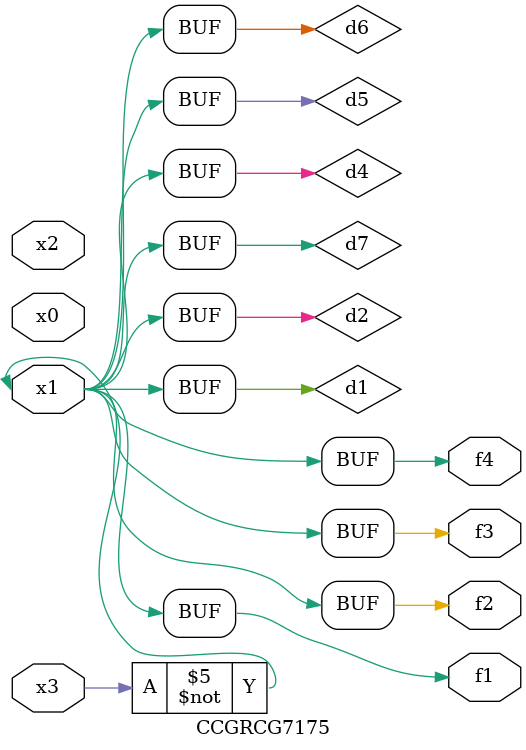
<source format=v>
module CCGRCG7175(
	input x0, x1, x2, x3,
	output f1, f2, f3, f4
);

	wire d1, d2, d3, d4, d5, d6, d7;

	not (d1, x3);
	buf (d2, x1);
	xnor (d3, d1, d2);
	nor (d4, d1);
	buf (d5, d1, d2);
	buf (d6, d4, d5);
	nand (d7, d4);
	assign f1 = d6;
	assign f2 = d7;
	assign f3 = d6;
	assign f4 = d6;
endmodule

</source>
